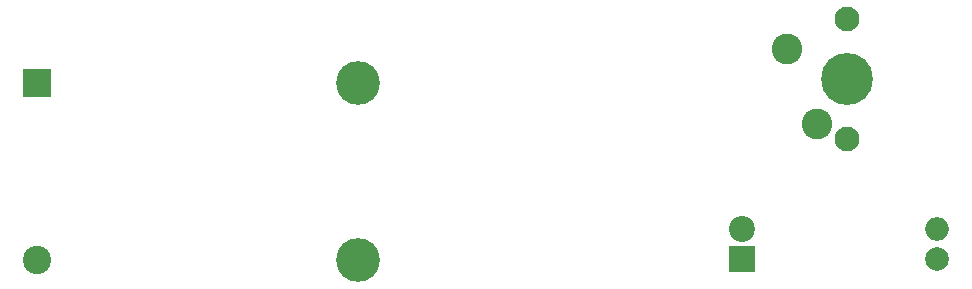
<source format=gbr>
G04 #@! TF.GenerationSoftware,KiCad,Pcbnew,5.0.0*
G04 #@! TF.CreationDate,2018-10-11T20:27:33+01:00*
G04 #@! TF.ProjectId,keyboard1,6B6579626F617264312E6B696361645F,rev?*
G04 #@! TF.SameCoordinates,Original*
G04 #@! TF.FileFunction,Soldermask,Top*
G04 #@! TF.FilePolarity,Negative*
%FSLAX46Y46*%
G04 Gerber Fmt 4.6, Leading zero omitted, Abs format (unit mm)*
G04 Created by KiCad (PCBNEW 5.0.0) date Thu Oct 11 20:27:33 2018*
%MOMM*%
%LPD*%
G01*
G04 APERTURE LIST*
%ADD10R,2.400000X2.400000*%
%ADD11C,2.400000*%
%ADD12C,3.700000*%
%ADD13R,2.200000X2.200000*%
%ADD14C,2.200000*%
%ADD15C,2.000000*%
%ADD16O,2.000000X2.000000*%
%ADD17C,2.600000*%
%ADD18C,4.400000*%
%ADD19C,2.100000*%
G04 APERTURE END LIST*
D10*
G04 #@! TO.C,BT1*
X26670000Y-34645001D03*
D11*
X26670000Y-49635001D03*
D12*
X53835000Y-49635001D03*
X53835000Y-34645001D03*
G04 #@! TD*
D13*
G04 #@! TO.C,D1*
X86360000Y-49530000D03*
D14*
X86360000Y-46990000D03*
G04 #@! TD*
D15*
G04 #@! TO.C,R1*
X102870000Y-49530000D03*
D16*
X102870000Y-46990000D03*
G04 #@! TD*
D17*
G04 #@! TO.C,SW1*
X90170000Y-31750000D03*
X92710000Y-38100000D03*
D18*
X95250000Y-34290000D03*
D19*
X95250000Y-39370000D03*
X95250000Y-29210000D03*
G04 #@! TD*
M02*

</source>
